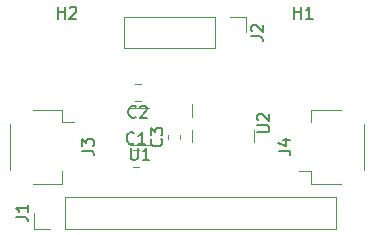
<source format=gbr>
%TF.GenerationSoftware,KiCad,Pcbnew,(6.0.5)*%
%TF.CreationDate,2022-10-11T14:38:52+01:00*%
%TF.ProjectId,IBBC_0001,49424243-5f30-4303-9031-2e6b69636164,rev?*%
%TF.SameCoordinates,Original*%
%TF.FileFunction,Legend,Top*%
%TF.FilePolarity,Positive*%
%FSLAX46Y46*%
G04 Gerber Fmt 4.6, Leading zero omitted, Abs format (unit mm)*
G04 Created by KiCad (PCBNEW (6.0.5)) date 2022-10-11 14:38:52*
%MOMM*%
%LPD*%
G01*
G04 APERTURE LIST*
%ADD10C,0.150000*%
%ADD11C,0.120000*%
G04 APERTURE END LIST*
D10*
%TO.C,J4*%
X7924494Y-2333333D02*
X8638780Y-2333333D01*
X8781637Y-2380952D01*
X8876875Y-2476190D01*
X8924494Y-2619047D01*
X8924494Y-2714285D01*
X8257828Y-1428571D02*
X8924494Y-1428571D01*
X7876875Y-1666666D02*
X8591161Y-1904761D01*
X8591161Y-1285714D01*
%TO.C,J3*%
X-8731964Y-2333333D02*
X-8017678Y-2333333D01*
X-7874821Y-2380952D01*
X-7779583Y-2476190D01*
X-7731964Y-2619047D01*
X-7731964Y-2714285D01*
X-8731964Y-1952380D02*
X-8731964Y-1333333D01*
X-8351011Y-1666666D01*
X-8351011Y-1523809D01*
X-8303392Y-1428571D01*
X-8255773Y-1380952D01*
X-8160535Y-1333333D01*
X-7922440Y-1333333D01*
X-7827202Y-1380952D01*
X-7779583Y-1428571D01*
X-7731964Y-1523809D01*
X-7731964Y-1809523D01*
X-7779583Y-1904761D01*
X-7827202Y-1952380D01*
%TO.C,J1*%
X-14307619Y-7937343D02*
X-13593333Y-7937343D01*
X-13450476Y-7984962D01*
X-13355238Y-8080200D01*
X-13307619Y-8223057D01*
X-13307619Y-8318295D01*
X-13307619Y-6937343D02*
X-13307619Y-7508771D01*
X-13307619Y-7223057D02*
X-14307619Y-7223057D01*
X-14164761Y-7318295D01*
X-14069523Y-7413533D01*
X-14021904Y-7508771D01*
%TO.C,U2*%
X6125324Y-761904D02*
X6934848Y-761904D01*
X7030086Y-714285D01*
X7077705Y-666666D01*
X7125324Y-571428D01*
X7125324Y-380952D01*
X7077705Y-285714D01*
X7030086Y-238095D01*
X6934848Y-190476D01*
X6125324Y-190476D01*
X6220563Y238095D02*
X6172944Y285714D01*
X6125324Y380952D01*
X6125324Y619047D01*
X6172944Y714285D01*
X6220563Y761904D01*
X6315801Y809523D01*
X6411039Y809523D01*
X6553896Y761904D01*
X7125324Y190476D01*
X7125324Y809523D01*
%TO.C,U1*%
X-4580074Y-2102380D02*
X-4580074Y-2911904D01*
X-4532455Y-3007142D01*
X-4484836Y-3054761D01*
X-4389598Y-3102380D01*
X-4199122Y-3102380D01*
X-4103884Y-3054761D01*
X-4056265Y-3007142D01*
X-4008646Y-2911904D01*
X-4008646Y-2102380D01*
X-3008646Y-3102380D02*
X-3580074Y-3102380D01*
X-3294360Y-3102380D02*
X-3294360Y-2102380D01*
X-3389598Y-2245238D01*
X-3484836Y-2340476D01*
X-3580074Y-2388095D01*
%TO.C,J2*%
X5592380Y7348755D02*
X6306666Y7348755D01*
X6449523Y7301136D01*
X6544761Y7205898D01*
X6592380Y7063041D01*
X6592380Y6967803D01*
X5687619Y7777327D02*
X5640000Y7824946D01*
X5592380Y7920184D01*
X5592380Y8158279D01*
X5640000Y8253517D01*
X5687619Y8301136D01*
X5782857Y8348755D01*
X5878095Y8348755D01*
X6020952Y8301136D01*
X6592380Y7729708D01*
X6592380Y8348755D01*
%TO.C,H2*%
X-10761904Y8861425D02*
X-10761904Y9861425D01*
X-10761904Y9385234D02*
X-10190476Y9385234D01*
X-10190476Y8861425D02*
X-10190476Y9861425D01*
X-9761904Y9766186D02*
X-9714285Y9813806D01*
X-9619047Y9861425D01*
X-9380952Y9861425D01*
X-9285714Y9813806D01*
X-9238095Y9766186D01*
X-9190476Y9670948D01*
X-9190476Y9575710D01*
X-9238095Y9432853D01*
X-9809523Y8861425D01*
X-9190476Y8861425D01*
%TO.C,H1*%
X9238095Y8861425D02*
X9238095Y9861425D01*
X9238095Y9385234D02*
X9809523Y9385234D01*
X9809523Y8861425D02*
X9809523Y9861425D01*
X10809523Y8861425D02*
X10238095Y8861425D01*
X10523809Y8861425D02*
X10523809Y9861425D01*
X10428571Y9718567D01*
X10333333Y9623329D01*
X10238095Y9575710D01*
%TO.C,C3*%
X-2010010Y-1341666D02*
X-1962391Y-1389285D01*
X-1914772Y-1532142D01*
X-1914772Y-1627380D01*
X-1962391Y-1770238D01*
X-2057629Y-1865476D01*
X-2152867Y-1913095D01*
X-2343343Y-1960714D01*
X-2486200Y-1960714D01*
X-2676676Y-1913095D01*
X-2771914Y-1865476D01*
X-2867153Y-1770238D01*
X-2914772Y-1627380D01*
X-2914772Y-1532142D01*
X-2867153Y-1389285D01*
X-2819533Y-1341666D01*
X-2914772Y-1008333D02*
X-2914772Y-389285D01*
X-2533819Y-722619D01*
X-2533819Y-579761D01*
X-2486200Y-484523D01*
X-2438581Y-436904D01*
X-2343343Y-389285D01*
X-2105248Y-389285D01*
X-2010010Y-436904D01*
X-1962391Y-484523D01*
X-1914772Y-579761D01*
X-1914772Y-865476D01*
X-1962391Y-960714D01*
X-2010010Y-1008333D01*
%TO.C,C2*%
X-4166666Y562857D02*
X-4214285Y515238D01*
X-4357142Y467619D01*
X-4452380Y467619D01*
X-4595238Y515238D01*
X-4690476Y610476D01*
X-4738095Y705714D01*
X-4785714Y896190D01*
X-4785714Y1039047D01*
X-4738095Y1229523D01*
X-4690476Y1324761D01*
X-4595238Y1420000D01*
X-4452380Y1467619D01*
X-4357142Y1467619D01*
X-4214285Y1420000D01*
X-4166666Y1372380D01*
X-3785714Y1372380D02*
X-3738095Y1420000D01*
X-3642857Y1467619D01*
X-3404761Y1467619D01*
X-3309523Y1420000D01*
X-3261904Y1372380D01*
X-3214285Y1277142D01*
X-3214285Y1181904D01*
X-3261904Y1039047D01*
X-3833333Y467619D01*
X-3214285Y467619D01*
%TO.C,C1*%
X-4326763Y-1677142D02*
X-4374382Y-1724761D01*
X-4517239Y-1772380D01*
X-4612477Y-1772380D01*
X-4755335Y-1724761D01*
X-4850573Y-1629523D01*
X-4898192Y-1534285D01*
X-4945811Y-1343809D01*
X-4945811Y-1200952D01*
X-4898192Y-1010476D01*
X-4850573Y-915238D01*
X-4755335Y-820000D01*
X-4612477Y-772380D01*
X-4517239Y-772380D01*
X-4374382Y-820000D01*
X-4326763Y-867619D01*
X-3374382Y-1772380D02*
X-3945811Y-1772380D01*
X-3660096Y-1772380D02*
X-3660096Y-772380D01*
X-3755335Y-915238D01*
X-3850573Y-1010476D01*
X-3945811Y-1058095D01*
D11*
%TO.C,J4*%
X15137114Y-3940000D02*
X15137114Y-60000D01*
X13167114Y-5110000D02*
X10667114Y-5110000D01*
X13167114Y1110000D02*
X10667114Y1110000D01*
X10667114Y-5110000D02*
X10667114Y-4060000D01*
X10667114Y1110000D02*
X10667114Y60000D01*
X10667114Y-4060000D02*
X9677114Y-4060000D01*
%TO.C,J3*%
X-14849345Y-60000D02*
X-14849345Y-3940000D01*
X-12879345Y1110000D02*
X-10379345Y1110000D01*
X-12879345Y-5110000D02*
X-10379345Y-5110000D01*
X-10379345Y1110000D02*
X-10379345Y60000D01*
X-10379345Y-5110000D02*
X-10379345Y-4060000D01*
X-10379345Y60000D02*
X-9389345Y60000D01*
%TO.C,J1*%
X12760000Y-8934010D02*
X12760000Y-6274010D01*
X-10160000Y-8934010D02*
X-10160000Y-6274010D01*
X-12760000Y-8934010D02*
X-12760000Y-7604010D01*
X-10160000Y-8934010D02*
X12760000Y-8934010D01*
X-10160000Y-6274010D02*
X12760000Y-6274010D01*
X-11430000Y-8934010D02*
X-12760000Y-8934010D01*
%TO.C,U2*%
X612944Y-560000D02*
X612944Y-1610000D01*
X5832944Y-560000D02*
X5832944Y-1610000D01*
X612944Y560000D02*
X612944Y1610000D01*
%TO.C,U1*%
X-3818170Y1310000D02*
X-4618170Y1310000D01*
X-3818170Y-1810000D02*
X-4618170Y-1810000D01*
X-3818170Y-1810000D02*
X-2018170Y-1810000D01*
X-3818170Y1310000D02*
X-3018170Y1310000D01*
%TO.C,J2*%
X2540000Y9012089D02*
X-5140000Y9012089D01*
X5140000Y9012089D02*
X5140000Y7682089D01*
X2540000Y9012089D02*
X2540000Y6352089D01*
X-5140000Y9012089D02*
X-5140000Y6352089D01*
X3810000Y9012089D02*
X5140000Y9012089D01*
X2540000Y6352089D02*
X-5140000Y6352089D01*
%TO.C,C3*%
X-1447153Y-1315580D02*
X-1447153Y-1034420D01*
X-427153Y-1315580D02*
X-427153Y-1034420D01*
%TO.C,C2*%
X-3738748Y3335000D02*
X-4261252Y3335000D01*
X-3738748Y1865000D02*
X-4261252Y1865000D01*
%TO.C,C1*%
X-4421349Y-2265000D02*
X-3898845Y-2265000D01*
X-4421349Y-3735000D02*
X-3898845Y-3735000D01*
%TD*%
M02*

</source>
